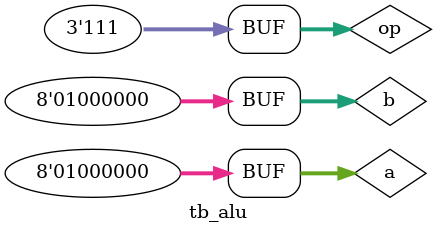
<source format=v>
`timescale 1ns / 1ps

module tb_alu;

	// Inputs
	reg [7:0] a;
	reg [7:0] b;
	reg [2:0] op;

	// Outputs
	wire [7:0] x;
	wire [3:0] flag;

	// Instantiate the Unit Under Test (UUT)
	alu uut (
		.a(a), 
		.b(b), 
		.op(op), 
		.x(x), 
		.flag(flag)
	);

	initial begin
		// Initialize Inputs
		a = 0;
		b = 0;
		op = 0;

		
		// Add stimulus here
		#10;
		a = 3;		b = 2; 	op = 0;
		#10;
		a = 64; 	b = 64; 		op = 0;
		#10;
		a = 2; 		b = 2;		op = 1;
		#10;
		a = -126; b = -3; 	op = 1;
		#10;
		a = 64; 	b = 64; 	op = 2;
		#10;
		a = 64; 	b = 64; 	op = 3;
		#10;
		a = 64; 	b = 64; 	op = 4;
		#10;
		a = 64; 	b = 64; 	op = 5;
		#10;
		a = 64; 	b = 64; 	op = 6;
		#10;
		a = 64; 	b = 64; 	op = 7;
		// Wait 100 ns for global reset to finish
		#100;
        
	
	end
      
endmodule


</source>
